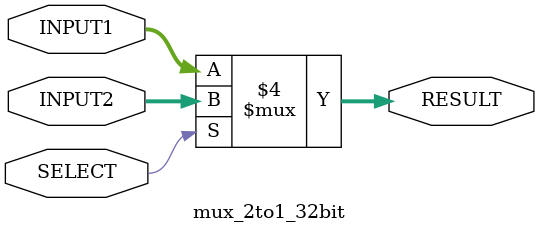
<source format=v>
`timescale 1ns/100ps

module mux_2to1_32bit (INPUT1, INPUT2, RESULT, SELECT);

    input [31:0] INPUT1, INPUT2;
    input SELECT;
    output reg [31:0] RESULT;

    always @ (*)
    begin
        if (SELECT == 1'b0)
            RESULT = INPUT1;
        else
            RESULT = INPUT2;
    end

endmodule
</source>
